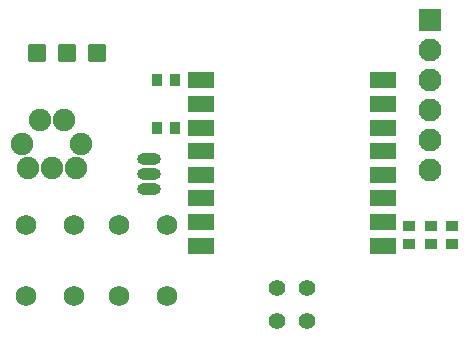
<source format=gts>
G04 Layer: TopSolderMaskLayer*
G04 EasyEDA v6.5.15, 2022-09-09 10:58:47*
G04 19121817273c46a5bb41958087e4de9f,cdadd2d4b4cb47a19753abecc85b3b56,10*
G04 Gerber Generator version 0.2*
G04 Scale: 100 percent, Rotated: No, Reflected: No *
G04 Dimensions in millimeters *
G04 leading zeros omitted , absolute positions ,4 integer and 5 decimal *
%FSLAX45Y45*%
%MOMM*%

%AMMACRO1*1,1,$1,$2,$3*1,1,$1,$4,$5*1,1,$1,0-$2,0-$3*1,1,$1,0-$4,0-$5*20,1,$1,$2,$3,$4,$5,0*20,1,$1,$4,$5,0-$2,0-$3,0*20,1,$1,0-$2,0-$3,0-$4,0-$5,0*20,1,$1,0-$4,0-$5,$2,$3,0*4,1,4,$2,$3,$4,$5,0-$2,0-$3,0-$4,0-$5,$2,$3,0*%
%ADD10MACRO1,0.1016X-0.432X0.4032X0.432X0.4032*%
%ADD11MACRO1,0.1016X-0.432X-0.4032X0.432X-0.4032*%
%ADD12C,1.3970*%
%ADD13O,1.9999959999999999X0.9999979999999999*%
%ADD14C,1.7272*%
%ADD15C,1.9032*%
%ADD16MACRO1,0.2032X-1X0.5994X1X0.5994*%
%ADD17MACRO1,0.2032X-0.6502X0.6502X0.6502X0.6502*%
%ADD18MACRO1,0.1016X0.4032X0.432X0.4032X-0.432*%
%ADD19MACRO1,0.1016X-0.4032X0.432X-0.4032X-0.432*%
%ADD20C,1.9533*%
%ADD21R,1.9533X1.9533*%
%ADD22MACRO1,0.1016X-0.4032X-0.432X-0.4032X0.432*%
%ADD23MACRO1,0.1016X0.4032X-0.432X0.4032X0.432*%

%LPD*%
D10*
G01*
X5702315Y-3497985D03*
D11*
G01*
X5702315Y-3347335D03*
D12*
G01*
X4216654Y-3868420D03*
G01*
X4470654Y-3868420D03*
G01*
X4216654Y-4147820D03*
G01*
X4470654Y-4147820D03*
D13*
G01*
X3136900Y-2781300D03*
G01*
X3136900Y-2908300D03*
G01*
X3136900Y-3035300D03*
D14*
G01*
X2095500Y-3337052D03*
G01*
X2095500Y-3937000D03*
G01*
X2495550Y-3337052D03*
G01*
X2495550Y-3937000D03*
G01*
X2882900Y-3337052D03*
G01*
X2882900Y-3937000D03*
G01*
X3282950Y-3337052D03*
G01*
X3282950Y-3937000D03*
D15*
G01*
X2211400Y-2452395D03*
G01*
X2411399Y-2452395D03*
G01*
X2061387Y-2652395D03*
G01*
X2561386Y-2652395D03*
G01*
X2111400Y-2852394D03*
G01*
X2311400Y-2852394D03*
G01*
X2511399Y-2852394D03*
D16*
G01*
X3573475Y-2113280D03*
G01*
X3573475Y-2311400D03*
G01*
X3573348Y-2512060D03*
G01*
X3573348Y-2712719D03*
G01*
X3573348Y-2913380D03*
G01*
X3573348Y-3111500D03*
G01*
X3573348Y-3312160D03*
G01*
X3573348Y-3512819D03*
G01*
X5113477Y-2113280D03*
G01*
X5113477Y-2311400D03*
G01*
X5113477Y-2512060D03*
G01*
X5113477Y-2712719D03*
G01*
X5113477Y-2913380D03*
G01*
X5113477Y-3111500D03*
G01*
X5113477Y-3312160D03*
G01*
X5113477Y-3512819D03*
D17*
G01*
X2184400Y-1879600D03*
G01*
X2438400Y-1879600D03*
G01*
X2692400Y-1879600D03*
D18*
G01*
X3201275Y-2108200D03*
D19*
G01*
X3351924Y-2108200D03*
D10*
G01*
X5334000Y-3497985D03*
D11*
G01*
X5334000Y-3347335D03*
D10*
G01*
X5524515Y-3497985D03*
D11*
G01*
X5524515Y-3347335D03*
D20*
G01*
X5511800Y-2362200D03*
G01*
X5511800Y-2108200D03*
G01*
X5511800Y-1854200D03*
D21*
G01*
X5511927Y-1600072D03*
D20*
G01*
X5511800Y-2616200D03*
G01*
X5511800Y-2870200D03*
D22*
G01*
X3351924Y-2514600D03*
D23*
G01*
X3201275Y-2514600D03*
M02*

</source>
